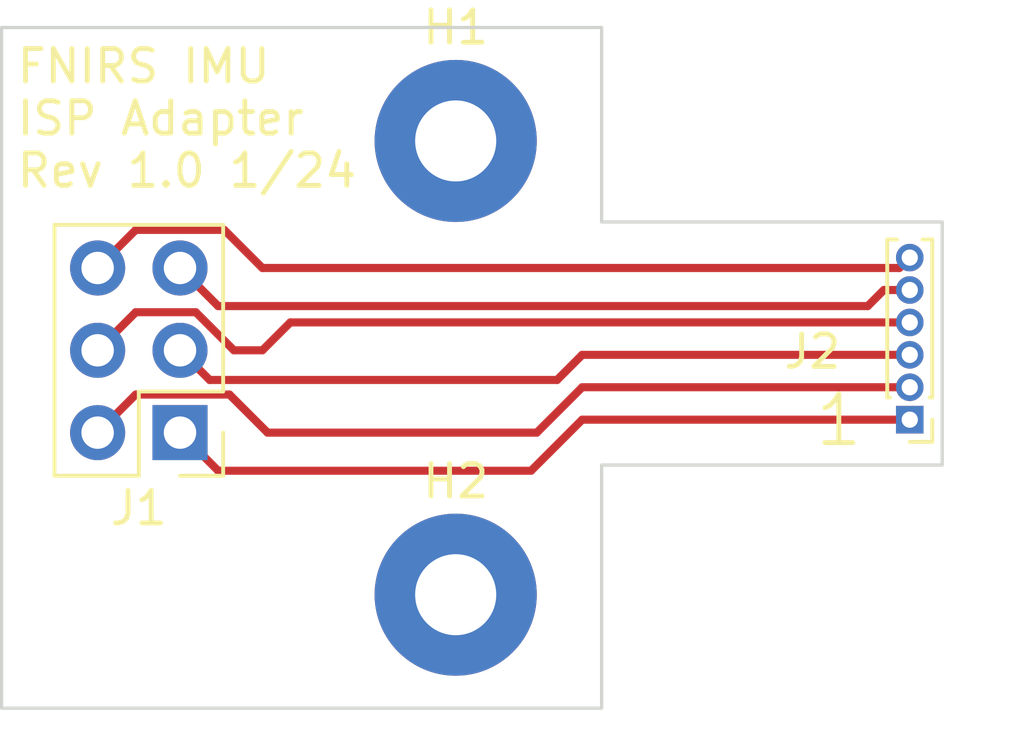
<source format=kicad_pcb>
(kicad_pcb (version 20221018) (generator pcbnew)
  (layers (0 "F.Cu" signal) (31 "B.Cu" signal) (34 "B.Paste" user) (35 "F.Paste" user) (36 "B.SilkS" user "B.Silkscreen") (37 "F.SilkS" user "F.Silkscreen") (38 "B.Mask" user) (39 "F.Mask" user) (44 "Edge.Cuts" user))
  (net 0 "")
  (net 1 "Net-(J1-MISO)")
  (net 2 "Net-(J1-VCC)")
  (net 3 "Net-(J1-SCK)")
  (net 4 "Net-(J1-MOSI)")
  (net 5 "Net-(J1-~{RST})")
  (net 6 "Net-(J1-GND)")
  (footprint "Connector_PinHeader_2.54mm:PinHeader_2x03_P2.54mm_Vertical" (layer "F.Cu") (at 62 48 180)
    (fp_text reference "J1" (at 1.27 -2.33 180) (layer "F.SilkS"))
    (fp_text value "2x3_0.1in")
    (fp_line (start -1.33 -1.33) (end 0 -1.33) (stroke (width 0.12)) (layer "F.SilkS"))
    (fp_line (start -1.33 0) (end -1.33 -1.33) (stroke (width 0.12)) (layer "F.SilkS"))
    (fp_line (start -1.33 1.27) (end -1.33 6.41) (stroke (width 0.12)) (layer "F.SilkS"))
    (fp_line (start -1.33 1.27) (end 1.27 1.27) (stroke (width 0.12)) (layer "F.SilkS"))
    (fp_line (start -1.33 6.41) (end 3.87 6.41) (stroke (width 0.12)) (layer "F.SilkS"))
    (fp_line (start 1.27 -1.33) (end 3.87 -1.33) (stroke (width 0.12)) (layer "F.SilkS"))
    (fp_line (start 1.27 1.27) (end 1.27 -1.33) (stroke (width 0.12)) (layer "F.SilkS"))
    (fp_line (start 3.87 -1.33) (end 3.87 6.41) (stroke (width 0.12)) (layer "F.SilkS"))
    (pad "1" thru_hole rect (at 0 0 180) (size 1.7 1.7) (drill 1) (layers "*.Cu" "*.Mask") (net 1 "Net-(J1-MISO)"))
    (pad "2" thru_hole oval (at 2.54 0 180) (size 1.7 1.7) (drill 1) (layers "*.Cu" "*.Mask") (net 2 "Net-(J1-VCC)"))
    (pad "3" thru_hole oval (at 0 2.54 180) (size 1.7 1.7) (drill 1) (layers "*.Cu" "*.Mask") (net 3 "Net-(J1-SCK)"))
    (pad "4" thru_hole oval (at 2.54 2.54 180) (size 1.7 1.7) (drill 1) (layers "*.Cu" "*.Mask") (net 4 "Net-(J1-MOSI)"))
    (pad "5" thru_hole oval (at 0 5.08 180) (size 1.7 1.7) (drill 1) (layers "*.Cu" "*.Mask") (net 5 "Net-(J1-~{RST})"))
    (pad "6" thru_hole oval (at 2.54 5.08 180) (size 1.7 1.7) (drill 1) (layers "*.Cu" "*.Mask") (net 6 "Net-(J1-GND)"))
  )
  (footprint "MountingHole:MountingHole_2.5mm_Pad" (layer "F.Cu") (at 70.5 39)
    (fp_text reference "H1" (at 0 -3.5) (layer "F.SilkS"))
    (fp_text value "MountingHole")
    (pad "1" thru_hole circle (at 0 0) (size 5 5) (drill 2.5) (layers "*.Cu" "*.Mask"))
  )
  (footprint "MountingHole:MountingHole_2.5mm_Pad" (layer "F.Cu") (at 70.5 53)
    (fp_text reference "H2" (at 0 -3.5) (layer "F.SilkS"))
    (fp_text value "MountingHole")
    (pad "1" thru_hole circle (at 0 0) (size 5 5) (drill 2.5) (layers "*.Cu" "*.Mask"))
  )
  (footprint "Connector_PinHeader_1.00mm:PinHeader_1x06_P1.00mm_Vertical" (layer "F.Cu") (at 84.5 47.6 180)
    (fp_text reference "J2" (at 3 2.1) (layer "F.SilkS"))
    (fp_text value "1mm_SIP")
    (fp_line (start -0.695 -0.685) (end 0 -0.685) (stroke (width 0.12)) (layer "F.SilkS"))
    (fp_line (start -0.695 0) (end -0.695 -0.685) (stroke (width 0.12)) (layer "F.SilkS"))
    (fp_line (start -0.695 0.685) (end -0.695 5.56) (stroke (width 0.12)) (layer "F.SilkS"))
    (fp_line (start -0.695 0.685) (end -0.608276 0.685) (stroke (width 0.12)) (layer "F.SilkS"))
    (fp_line (start -0.695 5.56) (end -0.394493 5.56) (stroke (width 0.12)) (layer "F.SilkS"))
    (fp_line (start 0.394493 5.56) (end 0.695 5.56) (stroke (width 0.12)) (layer "F.SilkS"))
    (fp_line (start 0.608276 0.685) (end 0.695 0.685) (stroke (width 0.12)) (layer "F.SilkS"))
    (fp_line (start 0.695 0.685) (end 0.695 5.56) (stroke (width 0.12)) (layer "F.SilkS"))
    (pad "1" thru_hole rect (at 0 0 180) (size 0.85 0.85) (drill 0.5) (layers "*.Cu" "*.Mask") (net 1 "Net-(J1-MISO)"))
    (pad "2" thru_hole oval (at 0 1 180) (size 0.85 0.85) (drill 0.5) (layers "*.Cu" "*.Mask") (net 2 "Net-(J1-VCC)"))
    (pad "3" thru_hole oval (at 0 2 180) (size 0.85 0.85) (drill 0.5) (layers "*.Cu" "*.Mask") (net 3 "Net-(J1-SCK)"))
    (pad "4" thru_hole oval (at 0 3 180) (size 0.85 0.85) (drill 0.5) (layers "*.Cu" "*.Mask") (net 4 "Net-(J1-MOSI)"))
    (pad "5" thru_hole oval (at 0 4 180) (size 0.85 0.85) (drill 0.5) (layers "*.Cu" "*.Mask") (net 5 "Net-(J1-~{RST})"))
    (pad "6" thru_hole oval (at 0 5 180) (size 0.85 0.85) (drill 0.5) (layers "*.Cu" "*.Mask") (net 6 "Net-(J1-GND)"))
  )
  (gr_line (start 56.5 35.5) (end 75 35.5) (stroke (width 0.1)) (layer "Edge.Cuts"))
  (gr_line (start 75 35.5) (end 75 41.5) (stroke (width 0.1)) (layer "Edge.Cuts"))
  (gr_line (start 75 49) (end 75 56.5) (stroke (width 0.1)) (layer "Edge.Cuts"))
  (gr_line (start 85.5 41.5) (end 85.5 49) (stroke (width 0.1)) (layer "Edge.Cuts"))
  (gr_line (start 56.5 56.5) (end 56.5 35.5) (stroke (width 0.1)) (layer "Edge.Cuts"))
  (gr_line (start 85.5 49) (end 75 49) (stroke (width 0.1)) (layer "Edge.Cuts"))
  (gr_line (start 75 41.5) (end 85.5 41.5) (stroke (width 0.1)) (layer "Edge.Cuts"))
  (gr_line (start 75 56.5) (end 56.5 56.5) (stroke (width 0.1)) (layer "Edge.Cuts"))
  (gr_text "FNIRS IMU\nISP Adapter\nRev 1.0 1/24" (at 56.9 40.5) (layer "F.SilkS") (effects (font (size 1 1)) (justify left bottom)))
  (gr_text "1" (at 81.5 48.5) (layer "F.SilkS") (effects (font (size 1.5 1.5)) (justify left bottom)))
  (segment (start 72.825 49.175) (end 74.4 47.6) (width 0.25) (layer "F.Cu") (net 1))
  (segment (start 63.175 49.175) (end 72.825 49.175) (width 0.25) (layer "F.Cu") (net 1))
  (segment (start 74.4 47.6) (end 84.5 47.6) (width 0.25) (layer "F.Cu") (net 1))
  (segment (start 62 48) (end 63.175 49.175) (width 0.25) (layer "F.Cu") (net 1))
  (segment (start 59.46 48) (end 60.635 46.825) (width 0.25) (layer "F.Cu") (net 2))
  (segment (start 73 48) (end 74.4 46.6) (width 0.25) (layer "F.Cu") (net 2))
  (segment (start 60.635 46.825) (end 63.525 46.825) (width 0.25) (layer "F.Cu") (net 2))
  (segment (start 63.525 46.825) (end 64.7 48) (width 0.25) (layer "F.Cu") (net 2))
  (segment (start 74.4 46.6) (end 84.5 46.6) (width 0.25) (layer "F.Cu") (net 2))
  (segment (start 64.7 48) (end 73 48) (width 0.25) (layer "F.Cu") (net 2))
  (segment (start 73.625 46.375) (end 74.4 45.6) (width 0.25) (layer "F.Cu") (net 3))
  (segment (start 62.915 46.375) (end 73.625 46.375) (width 0.25) (layer "F.Cu") (net 3))
  (segment (start 74.4 45.6) (end 84.5 45.6) (width 0.25) (layer "F.Cu") (net 3))
  (segment (start 62 45.46) (end 62.915 46.375) (width 0.25) (layer "F.Cu") (net 3))
  (segment (start 65.4 44.6) (end 84.5 44.6) (width 0.25) (layer "F.Cu") (net 4))
  (segment (start 60.635 44.285) (end 59.46 45.46) (width 0.25) (layer "F.Cu") (net 4))
  (segment (start 62.486701 44.285) (end 60.635 44.285) (width 0.25) (layer "F.Cu") (net 4))
  (segment (start 63.661701 45.46) (end 62.486701 44.285) (width 0.25) (layer "F.Cu") (net 4))
  (segment (start 64.54 45.46) (end 65.4 44.6) (width 0.25) (layer "F.Cu") (net 4))
  (segment (start 64.54 45.46) (end 63.661701 45.46) (width 0.25) (layer "F.Cu") (net 4))
  (segment (start 83.7 43.6) (end 84.5 43.6) (width 0.25) (layer "F.Cu") (net 5))
  (segment (start 83.205 44.095) (end 83.7 43.6) (width 0.25) (layer "F.Cu") (net 5))
  (segment (start 62 42.92) (end 63.175 44.095) (width 0.25) (layer "F.Cu") (net 5))
  (segment (start 63.175 44.095) (end 83.205 44.095) (width 0.25) (layer "F.Cu") (net 5))
  (segment (start 60.635 41.745) (end 59.46 42.92) (width 0.25) (layer "F.Cu") (net 6))
  (segment (start 84.18 42.92) (end 84.5 42.6) (width 0.25) (layer "F.Cu") (net 6))
  (segment (start 64.54 42.92) (end 84.18 42.92) (width 0.25) (layer "F.Cu") (net 6))
  (segment (start 63.365 41.745) (end 60.635 41.745) (width 0.25) (layer "F.Cu") (net 6))
  (segment (start 64.54 42.92) (end 63.365 41.745) (width 0.25) (layer "F.Cu") (net 6))
)
</source>
